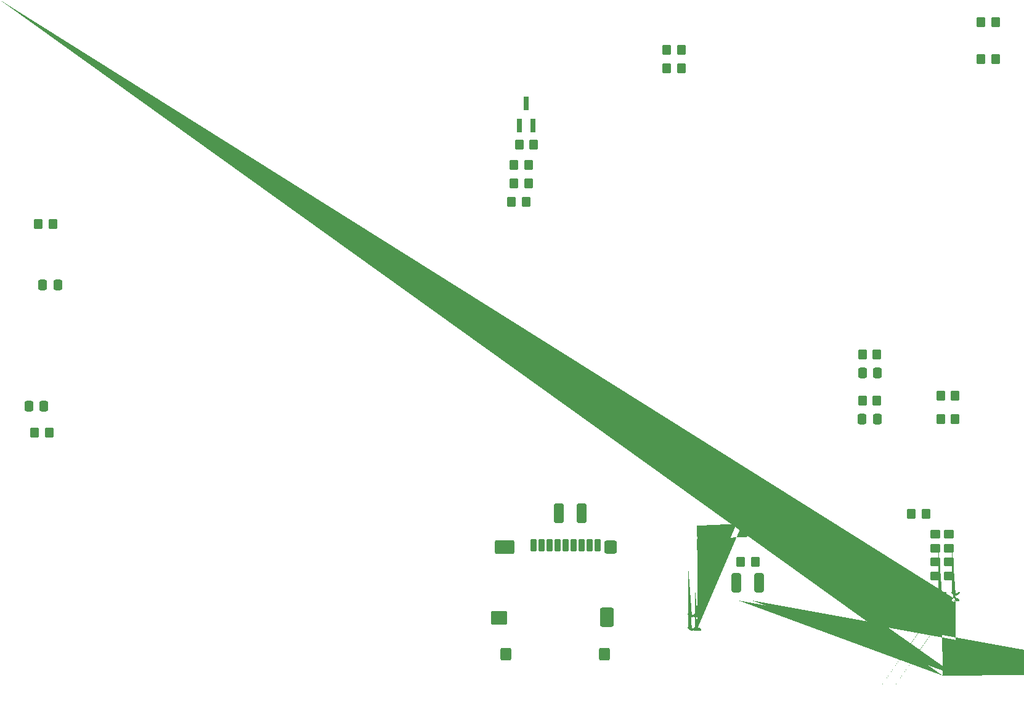
<source format=gbp>
%TF.GenerationSoftware,KiCad,Pcbnew,(6.0.7)*%
%TF.CreationDate,2022-11-12T16:25:49+00:00*%
%TF.ProjectId,pico-euro,7069636f-2d65-4757-926f-2e6b69636164,rev?*%
%TF.SameCoordinates,Original*%
%TF.FileFunction,Paste,Bot*%
%TF.FilePolarity,Positive*%
%FSLAX46Y46*%
G04 Gerber Fmt 4.6, Leading zero omitted, Abs format (unit mm)*
G04 Created by KiCad (PCBNEW (6.0.7)) date 2022-11-12 16:25:49*
%MOMM*%
%LPD*%
G01*
G04 APERTURE LIST*
G04 Aperture macros list*
%AMRoundRect*
0 Rectangle with rounded corners*
0 $1 Rounding radius*
0 $2 $3 $4 $5 $6 $7 $8 $9 X,Y pos of 4 corners*
0 Add a 4 corners polygon primitive as box body*
4,1,4,$2,$3,$4,$5,$6,$7,$8,$9,$2,$3,0*
0 Add four circle primitives for the rounded corners*
1,1,$1+$1,$2,$3*
1,1,$1+$1,$4,$5*
1,1,$1+$1,$6,$7*
1,1,$1+$1,$8,$9*
0 Add four rect primitives between the rounded corners*
20,1,$1+$1,$2,$3,$4,$5,0*
20,1,$1+$1,$4,$5,$6,$7,0*
20,1,$1+$1,$6,$7,$8,$9,0*
20,1,$1+$1,$8,$9,$2,$3,0*%
%AMFreePoly0*
4,1,55,0.485956,0.271440,0.497433,0.272452,0.514667,0.262112,0.533779,0.255902,0.540551,0.246582,0.550430,0.240654,0.558295,0.222159,0.570106,0.205902,0.570106,0.194383,0.574615,0.183779,0.570106,0.164194,0.570106,0.144098,0.563333,0.134776,0.560749,0.123551,0.485749,-0.001450,0.476362,-0.009621,0.470711,-0.020711,0.395711,-0.095711,0.381268,-0.103070,0.369721,-0.114443,
0.219721,-0.189443,0.208700,-0.191103,0.199254,-0.197014,0.099254,-0.222014,0.086838,-0.221154,0.075000,-0.225000,-0.075000,-0.225000,-0.090416,-0.219991,-0.106623,-0.219868,-0.256623,-0.169868,-0.265589,-0.163249,-0.276449,-0.160749,-0.401450,-0.085749,-0.409621,-0.076362,-0.420711,-0.070711,-0.495711,0.004289,-0.503070,0.018732,-0.514443,0.030279,-0.564443,0.130279,-0.565588,0.137879,
-0.570106,0.144098,-0.570106,0.167877,-0.573648,0.191393,-0.570106,0.198216,-0.570106,0.205902,-0.556129,0.225140,-0.545172,0.246246,-0.538297,0.249683,-0.533779,0.255902,-0.511163,0.263250,-0.489893,0.273885,-0.482310,0.272625,-0.475000,0.275000,0.475000,0.275000,0.485956,0.271440,0.485956,0.271440,$1*%
%AMFreePoly1*
4,1,58,0.061838,0.221154,0.074254,0.222014,0.174254,0.197014,0.180172,0.193311,0.187139,0.192848,0.312139,0.142848,0.322383,0.134312,0.335000,0.130000,0.435000,0.055000,0.446143,0.039163,0.460749,0.026450,0.535749,-0.098551,0.538333,-0.109776,0.545106,-0.119098,0.545106,-0.139194,0.549615,-0.158779,0.545106,-0.169383,0.545106,-0.180902,0.533295,-0.197159,0.525430,-0.215654,
0.515551,-0.221582,0.508779,-0.230902,0.489667,-0.237112,0.472433,-0.247452,0.460956,-0.246440,0.450000,-0.250000,-0.450000,-0.250000,-0.457310,-0.247625,-0.464893,-0.248885,-0.486163,-0.238250,-0.508779,-0.230902,-0.513297,-0.224683,-0.520172,-0.221246,-0.531129,-0.200140,-0.545106,-0.180902,-0.545106,-0.173216,-0.548648,-0.166393,-0.545106,-0.142877,-0.545106,-0.119098,-0.540588,-0.112879,
-0.539443,-0.105279,-0.514443,-0.055278,-0.509940,-0.050706,-0.508205,-0.044530,-0.458205,0.030470,-0.444817,0.041047,-0.435000,0.055000,-0.335000,0.130000,-0.326284,0.132979,-0.319721,0.139443,-0.219722,0.189443,-0.208700,0.191103,-0.199254,0.197014,-0.099253,0.222014,-0.086837,0.221154,-0.075000,0.225000,0.050000,0.225000,0.061838,0.221154,0.061838,0.221154,$1*%
G04 Aperture macros list end*
%ADD10RoundRect,0.250000X-0.350000X-0.450000X0.350000X-0.450000X0.350000X0.450000X-0.350000X0.450000X0*%
%ADD11RoundRect,0.250000X0.350000X0.450000X-0.350000X0.450000X-0.350000X-0.450000X0.350000X-0.450000X0*%
%ADD12RoundRect,0.120000X-0.280000X-0.749000X0.280000X-0.749000X0.280000X0.749000X-0.280000X0.749000X0*%
%ADD13RoundRect,0.279450X-0.652050X-1.056550X0.652050X-1.056550X0.652050X1.056550X-0.652050X1.056550X0*%
%ADD14RoundRect,0.285750X-1.079750X-0.666750X1.079750X-0.666750X1.079750X0.666750X-1.079750X0.666750X0*%
%ADD15RoundRect,0.252450X-0.589050X-0.644550X0.589050X-0.644550X0.589050X0.644550X-0.589050X0.644550X0*%
%ADD16RoundRect,0.289800X-0.829700X-0.676200X0.829700X-0.676200X0.829700X0.676200X-0.829700X0.676200X0*%
%ADD17RoundRect,0.225000X-0.525000X-0.625000X0.525000X-0.625000X0.525000X0.625000X-0.525000X0.625000X0*%
%ADD18RoundRect,0.250000X-0.400000X-1.075000X0.400000X-1.075000X0.400000X1.075000X-0.400000X1.075000X0*%
%ADD19R,0.800000X1.900000*%
%ADD20RoundRect,0.250000X-0.450000X0.350000X-0.450000X-0.350000X0.450000X-0.350000X0.450000X0.350000X0*%
%ADD21FreePoly0,270.000000*%
%ADD22FreePoly1,270.000000*%
%ADD23FreePoly0,180.000000*%
%ADD24FreePoly1,180.000000*%
%ADD25RoundRect,0.250000X0.337500X0.475000X-0.337500X0.475000X-0.337500X-0.475000X0.337500X-0.475000X0*%
%ADD26RoundRect,0.250000X-0.412500X-1.100000X0.412500X-1.100000X0.412500X1.100000X-0.412500X1.100000X0*%
%ADD27RoundRect,0.250000X-0.337500X-0.475000X0.337500X-0.475000X0.337500X0.475000X-0.337500X0.475000X0*%
G04 APERTURE END LIST*
D10*
%TO.C,R2*%
X123460000Y-50800000D03*
X125460000Y-50800000D03*
%TD*%
%TO.C,R20*%
X37100000Y-74803000D03*
X39100000Y-74803000D03*
%TD*%
D11*
%TO.C,R8*%
X168640000Y-46990000D03*
X166640000Y-46990000D03*
%TD*%
D12*
%TO.C,J40*%
X105203000Y-118979000D03*
X106303000Y-118979000D03*
X107403000Y-118979000D03*
X108503000Y-118979000D03*
X109603000Y-118979000D03*
X110703000Y-118979000D03*
X111803000Y-118979000D03*
X112903000Y-118979000D03*
D13*
X115231500Y-128839000D03*
D14*
X101187500Y-119189500D03*
D15*
X115744500Y-119245000D03*
D16*
X100433500Y-128982000D03*
D17*
X114903000Y-133948000D03*
D12*
X114003000Y-118979000D03*
D17*
X101403000Y-133948000D03*
%TD*%
D10*
%TO.C,R14*%
X133620000Y-121285000D03*
X135620000Y-121285000D03*
%TD*%
D18*
%TO.C,R15*%
X133070000Y-124142500D03*
X136170000Y-124142500D03*
%TD*%
D19*
%TO.C,Q1*%
X105090000Y-61190000D03*
X103190000Y-61190000D03*
X104140000Y-58190000D03*
%TD*%
D10*
%TO.C,R16*%
X161127500Y-101600000D03*
X163127500Y-101600000D03*
%TD*%
%TO.C,R11*%
X157115000Y-114617500D03*
X159115000Y-114617500D03*
%TD*%
D11*
%TO.C,R7*%
X168640000Y-52070000D03*
X166640000Y-52070000D03*
%TD*%
D20*
%TO.C,R13*%
X160337500Y-121237500D03*
X160337500Y-123237500D03*
%TD*%
%TO.C,R10*%
X160337500Y-117427500D03*
X160337500Y-119427500D03*
%TD*%
D21*
%TO.C,S4*%
X126917500Y-130492500D03*
D22*
X127717500Y-130492500D03*
%TD*%
D20*
%TO.C,R12*%
X162242500Y-121237500D03*
X162242500Y-123237500D03*
%TD*%
D11*
%TO.C,R22*%
X105187500Y-63817500D03*
X103187500Y-63817500D03*
%TD*%
%TO.C,R19*%
X152362500Y-99060000D03*
X150362500Y-99060000D03*
%TD*%
D23*
%TO.C,S2*%
X163195000Y-125647500D03*
D24*
X163195000Y-126447500D03*
%TD*%
D11*
%TO.C,R6*%
X104140000Y-71755000D03*
X102140000Y-71755000D03*
%TD*%
D25*
%TO.C,C2*%
X37867500Y-99822000D03*
X35792500Y-99822000D03*
%TD*%
D10*
%TO.C,R3*%
X123460000Y-53340000D03*
X125460000Y-53340000D03*
%TD*%
D25*
%TO.C,C5*%
X39772500Y-83185000D03*
X37697500Y-83185000D03*
%TD*%
D11*
%TO.C,R4*%
X104505000Y-66675000D03*
X102505000Y-66675000D03*
%TD*%
D26*
%TO.C,C6*%
X108673500Y-114554000D03*
X111798500Y-114554000D03*
%TD*%
D21*
%TO.C,S3*%
X126917500Y-128587500D03*
D22*
X127717500Y-128587500D03*
%TD*%
D10*
%TO.C,R21*%
X36592000Y-103505000D03*
X38592000Y-103505000D03*
%TD*%
%TO.C,R17*%
X161127500Y-98425000D03*
X163127500Y-98425000D03*
%TD*%
D27*
%TO.C,C7*%
X150325000Y-101600000D03*
X152400000Y-101600000D03*
%TD*%
D11*
%TO.C,R18*%
X152346500Y-92710000D03*
X150346500Y-92710000D03*
%TD*%
D20*
%TO.C,R9*%
X162242500Y-117427500D03*
X162242500Y-119427500D03*
%TD*%
D27*
%TO.C,C8*%
X150346500Y-95250000D03*
X152421500Y-95250000D03*
%TD*%
D23*
%TO.C,S1*%
X161290000Y-125647500D03*
D24*
X161290000Y-126447500D03*
%TD*%
D11*
%TO.C,R5*%
X104505000Y-69215000D03*
X102505000Y-69215000D03*
%TD*%
M02*

</source>
